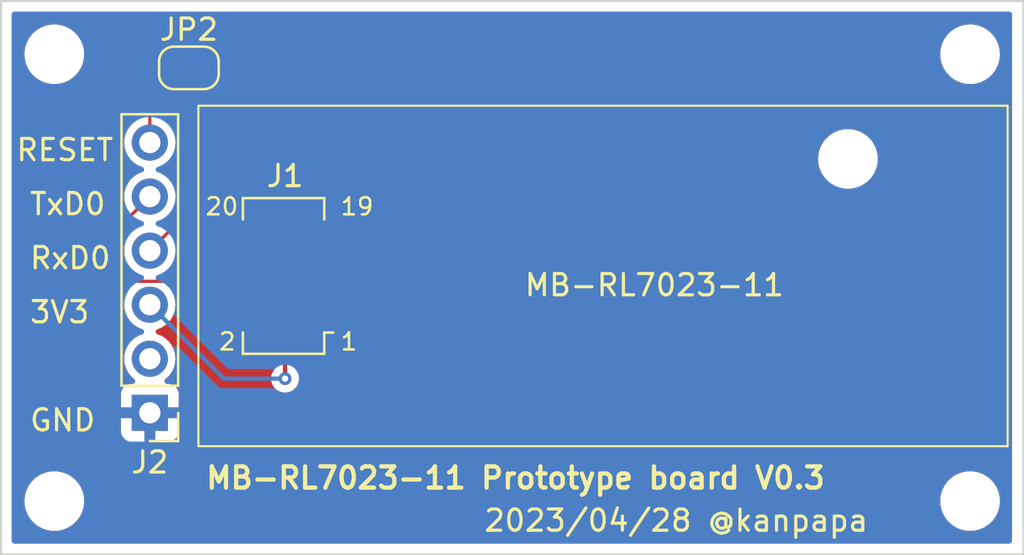
<source format=kicad_pcb>
(kicad_pcb (version 20221018) (generator pcbnew)
  (title_block (title "Wi-SUN MB-RL7023-11/DSS Prototyping board") (date "2023-04-28") (rev "0.3") (company "kanpapa.com"))
  (layers (0 "F.Cu" signal) (31 "B.Cu" signal) (34 "B.Paste" user) (35 "F.Paste" user) (36 "B.SilkS" user "B.Silkscreen") (37 "F.SilkS" user "F.Silkscreen") (38 "B.Mask" user) (39 "F.Mask" user) (44 "Edge.Cuts" user))
  (net 0 "")
  (net 6 "/3V3")
  (net 7 "/GND")
  (net 9 "/TXD")
  (net 10 "/RXD")
  (net 12 "Net-(J2-Pin_6)")
  (net 15 "/RESET")
  (footprint "Library:Hirose_DF12_DF12C3.0-20DS-0.5V_2x10_P0.50mm_Vertical_wisun" (layer "F.Cu") (at 42 56 -90)
    (fp_text reference "J1" (at -4.7 -0.07) (layer "F.SilkS"))
    (fp_text value "Conn_01x20")
    (fp_line (start -3.66 -1.91) (end -2.66 -1.91) (stroke (width 0.12)) (layer "F.SilkS"))
    (fp_line (start -3.66 1.91) (end -3.66 -1.91) (stroke (width 0.12)) (layer "F.SilkS"))
    (fp_line (start -2.66 1.91) (end -3.66 1.91) (stroke (width 0.12)) (layer "F.SilkS"))
    (fp_line (start 2.66 -1.91) (end 2.66 -2.333333) (stroke (width 0.12)) (layer "F.SilkS"))
    (fp_line (start 2.66 1.91) (end 3.66 1.91) (stroke (width 0.12)) (layer "F.SilkS"))
    (fp_line (start 3.66 -1.91) (end 2.66 -1.91) (stroke (width 0.12)) (layer "F.SilkS"))
    (fp_line (start 3.66 1.91) (end 3.66 -1.91) (stroke (width 0.12)) (layer "F.SilkS"))
    (pad "1" smd rect (at 2.25 -1.8 270) (size 0.3 1.6) (layers "F.Cu" "F.Mask") (net 6 "/3V3"))
    (pad "2" smd rect (at 2.25 1.8 270) (size 0.3 1.6) (layers "F.Cu" "F.Mask") (net 7 "/GND"))
    (pad "3" smd rect (at 1.75 -1.8 270) (size 0.3 1.6) (layers "F.Cu" "F.Mask") (net 6 "/3V3"))
    (pad "4" smd rect (at 1.75 1.8 270) (size 0.3 1.6) (layers "F.Cu" "F.Mask") (net 7 "/GND"))
    (pad "5" smd rect (at 1.25 -1.8 270) (size 0.3 1.6) (layers "F.Cu" "F.Mask"))
    (pad "6" smd rect (at 1.25 1.8 270) (size 0.3 1.6) (layers "F.Cu" "F.Mask"))
    (pad "7" smd rect (at 0.75 -1.8 270) (size 0.3 1.6) (layers "F.Cu" "F.Mask") (net 15 "/RESET"))
    (pad "8" smd rect (at 0.75 1.8 270) (size 0.3 1.6) (layers "F.Cu" "F.Mask"))
    (pad "9" smd rect (at 0.25 -1.8 270) (size 0.3 1.6) (layers "F.Cu" "F.Mask"))
    (pad "10" smd rect (at 0.25 1.8 270) (size 0.3 1.6) (layers "F.Cu" "F.Mask") (net 9 "/TXD"))
    (pad "11" smd rect (at -0.25 -1.8 270) (size 0.3 1.6) (layers "F.Cu" "F.Mask") (net 10 "/RXD"))
    (pad "12" smd rect (at -0.25 1.8 270) (size 0.3 1.6) (layers "F.Cu" "F.Mask"))
    (pad "13" smd rect (at -0.75 -1.8 270) (size 0.3 1.6) (layers "F.Cu" "F.Mask"))
    (pad "14" smd rect (at -0.75 1.8 270) (size 0.3 1.6) (layers "F.Cu" "F.Mask"))
    (pad "15" smd rect (at -1.25 -1.8 270) (size 0.3 1.6) (layers "F.Cu" "F.Mask"))
    (pad "16" smd rect (at -1.25 1.8 270) (size 0.3 1.6) (layers "F.Cu" "F.Mask"))
    (pad "17" smd rect (at -1.75 -1.8 270) (size 0.3 1.6) (layers "F.Cu" "F.Mask"))
    (pad "18" smd rect (at -1.75 1.8 270) (size 0.3 1.6) (layers "F.Cu" "F.Mask"))
    (pad "19" smd rect (at -2.25 -1.8 270) (size 0.3 1.6) (layers "F.Cu" "F.Mask"))
    (pad "20" smd rect (at -2.25 1.8 270) (size 0.3 1.6) (layers "F.Cu" "F.Mask"))
  )
  (footprint "MountingHole:MountingHole_2.2mm_M2" (layer "F.Cu") (at 68.5 50.5)
    (fp_text reference "MH1" hide)
    (fp_text value "MountingHole_2.2mm_M2" hide)
    (pad "" np_thru_hole circle (at 0 0) (size 2.2 2.2) (drill 2.2) (layers "*.Cu" "*.Mask"))
  )
  (footprint "MountingHole:MountingHole_2.2mm_M2" (layer "F.Cu") (at 31.235 45.58)
    (fp_text reference "MH1" hide)
    (fp_text value "MountingHole_2.2mm_M2" hide)
    (pad "" np_thru_hole circle (at 0 0) (size 2.2 2.2) (drill 2.2) (layers "F&B.Cu" "*.Mask"))
  )
  (footprint "MountingHole:MountingHole_2.2mm_M2" (layer "F.Cu") (at 74.235 45.58)
    (fp_text reference "MH1" hide)
    (fp_text value "MountingHole_2.2mm_M2" hide)
    (pad "" np_thru_hole circle (at 0 0) (size 2.2 2.2) (drill 2.2) (layers "F&B.Cu" "*.Mask"))
  )
  (footprint "MountingHole:MountingHole_2.2mm_M2" (layer "F.Cu") (at 31.235 66.58)
    (fp_text reference "MH1" hide)
    (fp_text value "MountingHole_2.2mm_M2" hide)
    (pad "" np_thru_hole circle (at 0 0) (size 2.2 2.2) (drill 2.2) (layers "F&B.Cu" "*.Mask"))
  )
  (footprint "Jumper:SolderJumper-2_P1.3mm_Open_RoundedPad1.0x1.5mm" (layer "F.Cu") (at 37.555 46.22)
    (fp_text reference "JP2" (at 0 -1.8) (layer "F.SilkS"))
    (fp_text value "SolderJumper_2_Open")
    (fp_line (start -1.4 0.3) (end -1.4 -0.3) (stroke (width 0.12)) (layer "F.SilkS"))
    (fp_line (start -0.7 -1) (end 0.7 -1) (stroke (width 0.12)) (layer "F.SilkS"))
    (fp_line (start 0.7 1) (end -0.7 1) (stroke (width 0.12)) (layer "F.SilkS"))
    (fp_line (start 1.4 -0.3) (end 1.4 0.3) (stroke (width 0.12)) (layer "F.SilkS"))
    (fp_arc (start -1.4 -0.3) (mid -1.194975 -0.794975) (end -0.7 -1) (stroke (width 0.12)) (layer "F.SilkS"))
    (fp_arc (start -0.7 1) (mid -1.194975 0.794975) (end -1.4 0.3) (stroke (width 0.12)) (layer "F.SilkS"))
    (fp_arc (start 0.7 -1) (mid 1.194975 -0.794975) (end 1.4 -0.3) (stroke (width 0.12)) (layer "F.SilkS"))
    (fp_arc (start 1.4 0.3) (mid 1.194975 0.794975) (end 0.7 1) (stroke (width 0.12)) (layer "F.SilkS"))
    (pad "1" smd custom (at -0.65 0) (size 1 0.5) (layers "F.Cu" "F.Mask") (net 12 "Net-(J2-Pin_6)") (options (clearance outline) (anchor rect)) (primitives (gr_circle (center 0 0.25) (end 0.5 0.25) (width 0) (fill yes)) (gr_circle (center 0 -0.25) (end 0.5 -0.25) (width 0) (fill yes)) (gr_poly (pts (xy 0.5 0.75) (xy 0 0.75) (xy 0 -0.75) (xy 0.5 -0.75)) (width 0) (fill yes))))
    (pad "2" smd custom (at 0.65 0) (size 1 0.5) (layers "F.Cu" "F.Mask") (net 15 "/RESET") (options (clearance outline) (anchor rect)) (primitives (gr_circle (center 0 0.25) (end 0.5 0.25) (width 0) (fill yes)) (gr_circle (center 0 -0.25) (end 0.5 -0.25) (width 0) (fill yes)) (gr_poly (pts (xy 0 0.75) (xy -0.5 0.75) (xy -0.5 -0.75) (xy 0 -0.75)) (width 0) (fill yes))))
  )
  (footprint "Connector_PinHeader_2.54mm:PinHeader_1x06_P2.54mm_Vertical" (layer "F.Cu") (at 35.72 62.43 180)
    (fp_text reference "J2" (at 0 -2.33 180) (layer "F.SilkS"))
    (fp_text value "Conn_01x06")
    (fp_line (start -1.33 -1.33) (end 0 -1.33) (stroke (width 0.12)) (layer "F.SilkS"))
    (fp_line (start -1.33 0) (end -1.33 -1.33) (stroke (width 0.12)) (layer "F.SilkS"))
    (fp_line (start -1.33 1.27) (end -1.33 14.03) (stroke (width 0.12)) (layer "F.SilkS"))
    (fp_line (start -1.33 1.27) (end 1.33 1.27) (stroke (width 0.12)) (layer "F.SilkS"))
    (fp_line (start -1.33 14.03) (end 1.33 14.03) (stroke (width 0.12)) (layer "F.SilkS"))
    (fp_line (start 1.33 1.27) (end 1.33 14.03) (stroke (width 0.12)) (layer "F.SilkS"))
    (pad "1" thru_hole rect (at 0 0 180) (size 1.7 1.7) (drill 1) (layers "*.Cu" "*.Mask") (net 7 "/GND"))
    (pad "2" thru_hole oval (at 0 2.54 180) (size 1.7 1.7) (drill 1) (layers "*.Cu" "*.Mask"))
    (pad "3" thru_hole oval (at 0 5.08 180) (size 1.7 1.7) (drill 1) (layers "*.Cu" "*.Mask") (net 6 "/3V3"))
    (pad "4" thru_hole oval (at 0 7.62 180) (size 1.7 1.7) (drill 1) (layers "*.Cu" "*.Mask") (net 10 "/RXD"))
    (pad "5" thru_hole oval (at 0 10.16 180) (size 1.7 1.7) (drill 1) (layers "*.Cu" "*.Mask") (net 9 "/TXD"))
    (pad "6" thru_hole oval (at 0 12.7 180) (size 1.7 1.7) (drill 1) (layers "*.Cu" "*.Mask") (net 12 "Net-(J2-Pin_6)"))
  )
  (footprint "MountingHole:MountingHole_2.2mm_M2" (layer "F.Cu") (at 74.235 66.58)
    (fp_text reference "MH1" hide)
    (fp_text value "MountingHole_2.2mm_M2" hide)
    (pad "" np_thru_hole circle (at 0 0) (size 2.2 2.2) (drill 2.2) (layers "F&B.Cu" "*.Mask"))
  )
  (gr_line (start 76 48) (end 76 64) (stroke (width 0.1)) (layer "F.SilkS"))
  (gr_line (start 38 64) (end 38 48) (stroke (width 0.1)) (layer "F.SilkS"))
  (gr_line (start 38 48) (end 76 48) (stroke (width 0.1)) (layer "F.SilkS"))
  (gr_line (start 76 64) (end 38 64) (stroke (width 0.1)) (layer "F.SilkS"))
  (gr_line (start 28.735 43.08) (end 28.735 69.08) (stroke (width 0.1)) (layer "Edge.Cuts"))
  (gr_line (start 76.735 69.08) (end 76.735 43.08) (stroke (width 0.1)) (layer "Edge.Cuts"))
  (gr_line (start 76.735 43.08) (end 28.735 43.08) (stroke (width 0.1)) (layer "Edge.Cuts"))
  (gr_line (start 28.735 69.08) (end 76.735 69.08) (stroke (width 0.1)) (layer "Edge.Cuts"))
  (gr_text "1" (at 44.61 59.555) (layer "F.SilkS") (effects (font (size 0.8 0.8) (thickness 0.12)) (justify left bottom)))
  (gr_text "3V3" (at 30.005 58.285) (layer "F.SilkS") (effects (font (size 1 1)) (justify left bottom)))
  (gr_text "20" (at 38.26 53.205) (layer "F.SilkS") (effects (font (size 0.8 0.8) (thickness 0.12)) (justify left bottom)))
  (gr_text "19" (at 44.61 53.205) (layer "F.SilkS") (effects (font (size 0.8 0.8) (thickness 0.12)) (justify left bottom)))
  (gr_text "TxD0" (at 30.005 53.205) (layer "F.SilkS") (effects (font (size 1 1)) (justify left bottom)))
  (gr_text "RESET\n" (at 29.37 50.665) (layer "F.SilkS") (effects (font (size 1 1)) (justify left bottom)))
  (gr_text "RxD0\n" (at 30.005 55.745) (layer "F.SilkS") (effects (font (size 1 1)) (justify left bottom)))
  (gr_text "2" (at 38.895 59.555) (layer "F.SilkS") (effects (font (size 0.8 0.8) (thickness 0.12)) (justify left bottom)))
  (gr_text "GND" (at 30.005 63.365) (layer "F.SilkS") (effects (font (size 1 1)) (justify left bottom)))
  (gr_text "MB-RL7023-11" (at 53.24 57.015) (layer "F.SilkS") (effects (font (size 1 1)) (justify left bottom)))
  (gr_text "MB-RL7023-11 Prototype board V0.3" (at 38.26 66.08) (layer "F.SilkS") (effects (font (size 1 1) (thickness 0.2) bold) (justify left bottom)))
  (gr_text "2023/04/28 @kanpapa" (at 51.335 68.08) (layer "F.SilkS") (effects (font (size 1 1)) (justify left bottom)))
  (segment (start 42.105 58.25) (end 42.07 58.285) (width 0.2) (layer "F.Cu") (net 6))
  (segment (start 42.07 57.75) (end 42.07 58.285) (width 0.2) (layer "F.Cu") (net 6))
  (segment (start 43.8 58.25) (end 42.105 58.25) (width 0.2) (layer "F.Cu") (net 6))
  (segment (start 43.8 57.75) (end 42.07 57.75) (width 0.2) (layer "F.Cu") (net 6))
  (segment (start 42.07 58.285) (end 42.07 60.825) (width 0.2) (layer "F.Cu") (net 6))
  (via (at 42.07 60.825) (size 0.605) (drill 0.3) (layers "F.Cu" "B.Cu") (net 6))
  (segment (start 39.195 60.825) (end 35.72 57.35) (width 0.2) (layer "B.Cu") (net 6))
  (segment (start 42.07 60.825) (end 39.195 60.825) (width 0.2) (layer "B.Cu") (net 6))
  (segment (start 38.93 58.25) (end 40.2 58.25) (width 0.2) (layer "F.Cu") (net 7))
  (segment (start 38.895 58.285) (end 38.93 58.25) (width 0.2) (layer "F.Cu") (net 7))
  (segment (start 37.29 62.43) (end 38.895 60.825) (width 0.2) (layer "F.Cu") (net 7))
  (segment (start 38.895 57.75) (end 40.2 57.75) (width 0.2) (layer "F.Cu") (net 7))
  (segment (start 35.72 62.43) (end 37.29 62.43) (width 0.2) (layer "F.Cu") (net 7))
  (segment (start 38.895 60.825) (end 38.895 58.285) (width 0.2) (layer "F.Cu") (net 7))
  (segment (start 38.895 58.285) (end 38.895 57.75) (width 0.2) (layer "F.Cu") (net 7))
  (segment (start 34.955 56.25) (end 40.2 56.25) (width 0.1524) (layer "F.Cu") (net 9))
  (segment (start 34.45 53.54) (end 34.45 55.745) (width 0.1524) (layer "F.Cu") (net 9))
  (segment (start 35.72 52.27) (end 34.45 53.54) (width 0.1524) (layer "F.Cu") (net 9))
  (segment (start 34.45 55.745) (end 34.955 56.25) (width 0.1524) (layer "F.Cu") (net 9))
  (segment (start 42.8476 55.75) (end 43.8 55.75) (width 0.1524) (layer "F.Cu") (net 10))
  (segment (start 42.07 54.2128) (end 42.07 54.9724) (width 0.1524) (layer "F.Cu") (net 10))
  (segment (start 35.72 54.81) (end 37.1586 53.3714) (width 0.1524) (layer "F.Cu") (net 10))
  (segment (start 42.07 54.9724) (end 42.8476 55.75) (width 0.1524) (layer "F.Cu") (net 10))
  (segment (start 41.2286 53.3714) (end 42.07 54.2128) (width 0.1524) (layer "F.Cu") (net 10))
  (segment (start 37.1586 53.3714) (end 41.2286 53.3714) (width 0.1524) (layer "F.Cu") (net 10))
  (segment (start 35.72 47.405) (end 35.72 49.73) (width 0.1524) (layer "F.Cu") (net 12))
  (segment (start 36.905 46.22) (end 35.72 47.405) (width 0.1524) (layer "F.Cu") (net 12))
  (segment (start 44.8286 56.6528) (end 44.7314 56.75) (width 0.1524) (layer "F.Cu") (net 15))
  (segment (start 38.205 46.22) (end 44.8286 52.8436) (width 0.1524) (layer "F.Cu") (net 15))
  (segment (start 44.7314 56.75) (end 43.8 56.75) (width 0.1524) (layer "F.Cu") (net 15))
  (segment (start 44.8286 52.8436) (end 44.8286 56.6528) (width 0.1524) (layer "F.Cu") (net 15))
  (zone (net 7) (net_name "/GND") (layers "F&B.Cu") (connect_pads (clearance 0.35)) (min_thickness 0.254) (fill yes (thermal_gap 0.508) (thermal_bridge_width 0.508))
    (polygon (pts (xy 29.235 68.58) (xy 76.205 68.58) (xy 76.205 43.58) (xy 29.235 43.58)))
  )
)
</source>
